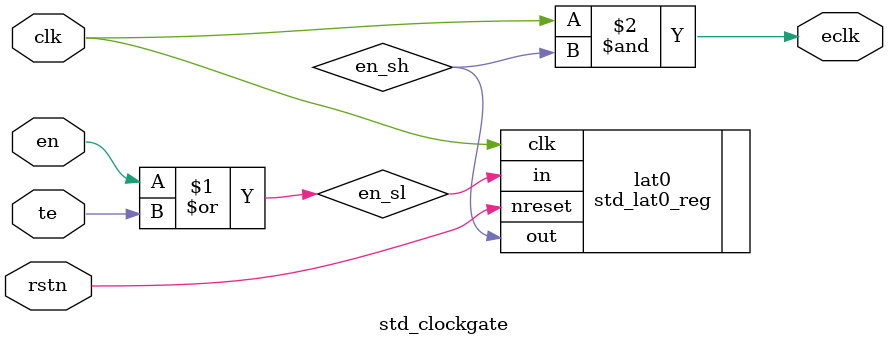
<source format=sv>

module std_clockgate 
(
	input  clk, // clock input 
	input  rstn, // reset n input 
	input  te, // test enable   
	input  en, // enable (from positive edge FF)
	output eclk // enabled clock output
);

logic     en_sh;
logic     en_sl;
//Stable low/valid rising edge enable
assign   en_sl = en | te;

//Stable high enable signal
std_lat0_reg lat0
(
	.clk (clk),
	.nreset(rstn),
	.in  (en_sl),
	.out (en_sh)
);

assign eclk =  clk & en_sh;
	
endmodule // std_clockgate



</source>
